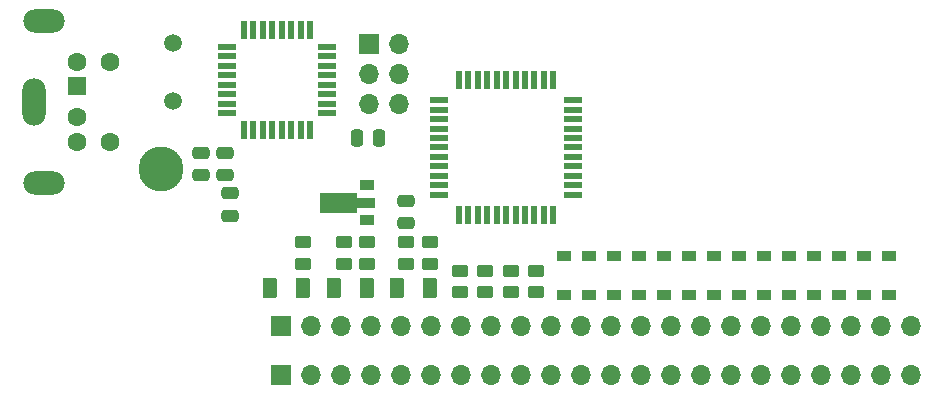
<source format=gbr>
%TF.GenerationSoftware,KiCad,Pcbnew,7.0.10*%
%TF.CreationDate,2024-06-09T02:47:37+01:00*%
%TF.ProjectId,Electron-PS2Slim,456c6563-7472-46f6-9e2d-505332536c69,rev?*%
%TF.SameCoordinates,Original*%
%TF.FileFunction,Soldermask,Top*%
%TF.FilePolarity,Negative*%
%FSLAX46Y46*%
G04 Gerber Fmt 4.6, Leading zero omitted, Abs format (unit mm)*
G04 Created by KiCad (PCBNEW 7.0.10) date 2024-06-09 02:47:37*
%MOMM*%
%LPD*%
G01*
G04 APERTURE LIST*
G04 Aperture macros list*
%AMRoundRect*
0 Rectangle with rounded corners*
0 $1 Rounding radius*
0 $2 $3 $4 $5 $6 $7 $8 $9 X,Y pos of 4 corners*
0 Add a 4 corners polygon primitive as box body*
4,1,4,$2,$3,$4,$5,$6,$7,$8,$9,$2,$3,0*
0 Add four circle primitives for the rounded corners*
1,1,$1+$1,$2,$3*
1,1,$1+$1,$4,$5*
1,1,$1+$1,$6,$7*
1,1,$1+$1,$8,$9*
0 Add four rect primitives between the rounded corners*
20,1,$1+$1,$2,$3,$4,$5,0*
20,1,$1+$1,$4,$5,$6,$7,0*
20,1,$1+$1,$6,$7,$8,$9,0*
20,1,$1+$1,$8,$9,$2,$3,0*%
%AMFreePoly0*
4,1,9,3.862500,-0.866500,0.737500,-0.866500,0.737500,-0.450000,-0.737500,-0.450000,-0.737500,0.450000,0.737500,0.450000,0.737500,0.866500,3.862500,0.866500,3.862500,-0.866500,3.862500,-0.866500,$1*%
G04 Aperture macros list end*
%ADD10R,1.200000X0.900000*%
%ADD11R,1.300000X0.900000*%
%ADD12FreePoly0,180.000000*%
%ADD13C,3.800000*%
%ADD14RoundRect,0.250000X-0.250000X-0.475000X0.250000X-0.475000X0.250000X0.475000X-0.250000X0.475000X0*%
%ADD15RoundRect,0.250000X0.450000X-0.262500X0.450000X0.262500X-0.450000X0.262500X-0.450000X-0.262500X0*%
%ADD16RoundRect,0.250000X-0.375000X-0.625000X0.375000X-0.625000X0.375000X0.625000X-0.375000X0.625000X0*%
%ADD17R,1.500000X0.550000*%
%ADD18R,0.550000X1.500000*%
%ADD19RoundRect,0.250000X-0.475000X0.250000X-0.475000X-0.250000X0.475000X-0.250000X0.475000X0.250000X0*%
%ADD20RoundRect,0.250000X-0.450000X0.262500X-0.450000X-0.262500X0.450000X-0.262500X0.450000X0.262500X0*%
%ADD21R,1.600000X0.550000*%
%ADD22R,0.550000X1.600000*%
%ADD23R,1.700000X1.700000*%
%ADD24O,1.700000X1.700000*%
%ADD25R,1.600000X1.600000*%
%ADD26C,1.600000*%
%ADD27O,3.500000X2.000000*%
%ADD28O,2.000000X4.000000*%
%ADD29C,1.500000*%
G04 APERTURE END LIST*
D10*
%TO.C,D6*%
X83275000Y-106875000D03*
X83275000Y-103575000D03*
%TD*%
D11*
%TO.C,Q1*%
X56025000Y-100587500D03*
D12*
X55937500Y-99087500D03*
D11*
X56025000Y-97587500D03*
%TD*%
D10*
%TO.C,D7*%
X85375000Y-106875000D03*
X85375000Y-103575000D03*
%TD*%
D13*
%TO.C,H9*%
X38575000Y-96225000D03*
%TD*%
D14*
%TO.C,C802*%
X55150000Y-93650000D03*
X57050000Y-93650000D03*
%TD*%
D15*
%TO.C,R18*%
X50625000Y-104250000D03*
X50625000Y-102425000D03*
%TD*%
D10*
%TO.C,D9*%
X89625000Y-106875000D03*
X89625000Y-103575000D03*
%TD*%
D16*
%TO.C,D17*%
X58535000Y-106287500D03*
X61335000Y-106287500D03*
%TD*%
D10*
%TO.C,D8*%
X87500000Y-106875000D03*
X87500000Y-103575000D03*
%TD*%
D17*
%TO.C,IC803*%
X73500000Y-98425000D03*
X73500000Y-97625000D03*
X73500000Y-96825000D03*
X73500000Y-96025000D03*
X73500000Y-95225000D03*
X73500000Y-94425000D03*
X73500000Y-93625000D03*
X73500000Y-92825000D03*
X73500000Y-92025000D03*
X73500000Y-91225000D03*
X73500000Y-90425000D03*
D18*
X71800000Y-88725000D03*
X71000000Y-88725000D03*
X70200000Y-88725000D03*
X69400000Y-88725000D03*
X68600000Y-88725000D03*
X67800000Y-88725000D03*
X67000000Y-88725000D03*
X66200000Y-88725000D03*
X65400000Y-88725000D03*
X64600000Y-88725000D03*
X63800000Y-88725000D03*
D17*
X62100000Y-90425000D03*
X62100000Y-91225000D03*
X62100000Y-92025000D03*
X62100000Y-92825000D03*
X62100000Y-93625000D03*
X62100000Y-94425000D03*
X62100000Y-95225000D03*
X62100000Y-96025000D03*
X62100000Y-96825000D03*
X62100000Y-97625000D03*
X62100000Y-98425000D03*
D18*
X63800000Y-100125000D03*
X64600000Y-100125000D03*
X65400000Y-100125000D03*
X66200000Y-100125000D03*
X67000000Y-100125000D03*
X67800000Y-100125000D03*
X68600000Y-100125000D03*
X69400000Y-100125000D03*
X70200000Y-100125000D03*
X71000000Y-100125000D03*
X71800000Y-100125000D03*
%TD*%
D19*
%TO.C,C806*%
X59350000Y-98925000D03*
X59350000Y-100825000D03*
%TD*%
D15*
%TO.C,R3*%
X66050000Y-106700000D03*
X66050000Y-104875000D03*
%TD*%
%TO.C,R4*%
X68200000Y-106700000D03*
X68200000Y-104875000D03*
%TD*%
D20*
%TO.C,R17*%
X56025000Y-102425000D03*
X56025000Y-104250000D03*
%TD*%
D10*
%TO.C,D14*%
X100200000Y-106875000D03*
X100200000Y-103575000D03*
%TD*%
D19*
%TO.C,C807*%
X44450000Y-98300000D03*
X44450000Y-100200000D03*
%TD*%
D10*
%TO.C,D3*%
X76925000Y-106875000D03*
X76925000Y-103575000D03*
%TD*%
D19*
%TO.C,C801*%
X41975000Y-94850000D03*
X41975000Y-96750000D03*
%TD*%
D10*
%TO.C,D5*%
X81150000Y-106875000D03*
X81150000Y-103575000D03*
%TD*%
D16*
%TO.C,D16*%
X53225000Y-106287500D03*
X56025000Y-106287500D03*
%TD*%
D21*
%TO.C,IC800*%
X44150000Y-85900000D03*
X44150000Y-86700000D03*
X44150000Y-87500000D03*
X44150000Y-88300000D03*
X44150000Y-89100000D03*
X44150000Y-89900000D03*
X44150000Y-90700000D03*
X44150000Y-91500000D03*
D22*
X45600000Y-92950000D03*
X46400000Y-92950000D03*
X47200000Y-92950000D03*
X48000000Y-92950000D03*
X48800000Y-92950000D03*
X49600000Y-92950000D03*
X50400000Y-92950000D03*
X51200000Y-92950000D03*
D21*
X52650000Y-91500000D03*
X52650000Y-90700000D03*
X52650000Y-89900000D03*
X52650000Y-89100000D03*
X52650000Y-88300000D03*
X52650000Y-87500000D03*
X52650000Y-86700000D03*
X52650000Y-85900000D03*
D22*
X51200000Y-84450000D03*
X50400000Y-84450000D03*
X49600000Y-84450000D03*
X48800000Y-84450000D03*
X48000000Y-84450000D03*
X47200000Y-84450000D03*
X46400000Y-84450000D03*
X45600000Y-84450000D03*
%TD*%
D19*
%TO.C,C800*%
X44025000Y-94850000D03*
X44025000Y-96750000D03*
%TD*%
D10*
%TO.C,D12*%
X96000000Y-106875000D03*
X96000000Y-103575000D03*
%TD*%
D23*
%TO.C,CP1*%
X48755000Y-113650000D03*
D24*
X51295000Y-113650000D03*
X53835000Y-113650000D03*
X56375000Y-113650000D03*
X58915000Y-113650000D03*
X61455000Y-113650000D03*
X63995000Y-113650000D03*
X66535000Y-113650000D03*
X69075000Y-113650000D03*
X71615000Y-113650000D03*
X74155000Y-113650000D03*
X76695000Y-113650000D03*
X79235000Y-113650000D03*
X81775000Y-113650000D03*
X84315000Y-113650000D03*
X86855000Y-113650000D03*
X89395000Y-113650000D03*
X91935000Y-113650000D03*
X94475000Y-113650000D03*
X97015000Y-113650000D03*
X99555000Y-113650000D03*
X102095000Y-113650000D03*
%TD*%
D20*
%TO.C,R804*%
X59350000Y-102425000D03*
X59350000Y-104250000D03*
%TD*%
D15*
%TO.C,R16*%
X54050000Y-104250000D03*
X54050000Y-102425000D03*
%TD*%
%TO.C,R5*%
X70350000Y-106700000D03*
X70350000Y-104875000D03*
%TD*%
%TO.C,R2*%
X63900000Y-106700000D03*
X63900000Y-104875000D03*
%TD*%
D10*
%TO.C,D4*%
X79050000Y-106875000D03*
X79050000Y-103575000D03*
%TD*%
%TO.C,D13*%
X98100000Y-106875000D03*
X98100000Y-103575000D03*
%TD*%
%TO.C,D10*%
X91750000Y-106875000D03*
X91750000Y-103575000D03*
%TD*%
D23*
%TO.C,CP2*%
X48755000Y-109550000D03*
D24*
X51295000Y-109550000D03*
X53835000Y-109550000D03*
X56375000Y-109550000D03*
X58915000Y-109550000D03*
X61455000Y-109550000D03*
X63995000Y-109550000D03*
X66535000Y-109550000D03*
X69075000Y-109550000D03*
X71615000Y-109550000D03*
X74155000Y-109550000D03*
X76695000Y-109550000D03*
X79235000Y-109550000D03*
X81775000Y-109550000D03*
X84315000Y-109550000D03*
X86855000Y-109550000D03*
X89395000Y-109550000D03*
X91935000Y-109550000D03*
X94475000Y-109550000D03*
X97015000Y-109550000D03*
X99555000Y-109550000D03*
X102095000Y-109550000D03*
%TD*%
D16*
%TO.C,D15*%
X47810000Y-106287500D03*
X50610000Y-106287500D03*
%TD*%
D10*
%TO.C,D11*%
X93875000Y-106875000D03*
X93875000Y-103575000D03*
%TD*%
D15*
%TO.C,R19*%
X61325000Y-104250000D03*
X61325000Y-102425000D03*
%TD*%
D23*
%TO.C,J800*%
X56200000Y-85700000D03*
D24*
X58740000Y-85700000D03*
X56200000Y-88240000D03*
X58740000Y-88240000D03*
X56200000Y-90780000D03*
X58740000Y-90780000D03*
%TD*%
D10*
%TO.C,D2*%
X74800000Y-106875000D03*
X74800000Y-103575000D03*
%TD*%
%TO.C,D1*%
X72675000Y-106875000D03*
X72675000Y-103575000D03*
%TD*%
D25*
%TO.C,J804*%
X31500000Y-89250000D03*
D26*
X31500000Y-91850000D03*
X31500000Y-87150000D03*
X31500000Y-93950000D03*
X34300000Y-87150000D03*
X34300000Y-93950000D03*
D27*
X28650000Y-97400000D03*
D28*
X27850000Y-90550000D03*
D27*
X28650000Y-83700000D03*
%TD*%
D29*
%TO.C,Y800*%
X39625000Y-85575000D03*
X39625000Y-90455000D03*
%TD*%
M02*

</source>
